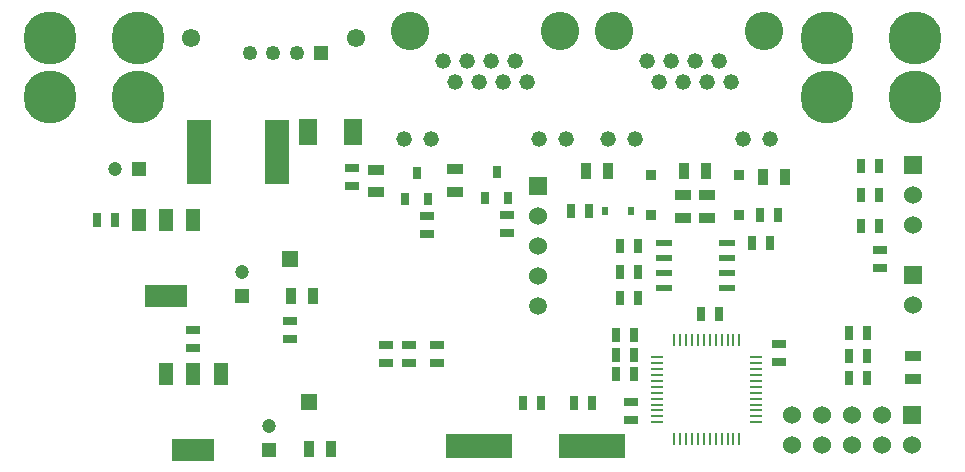
<source format=gts>
%FSLAX34Y34*%
G04 Gerber Fmt 3.4, Leading zero omitted, Abs format*
G04 (created by PCBNEW (2014-03-19 BZR 4756)-product) date Ter 03 Jun 2014 12:28:43 BRT*
%MOIN*%
G01*
G70*
G90*
G04 APERTURE LIST*
%ADD10C,0.005906*%
%ADD11R,0.031500X0.039400*%
%ADD12R,0.141732X0.074803*%
%ADD13R,0.047244X0.074803*%
%ADD14R,0.055100X0.023600*%
%ADD15R,0.078740X0.212598*%
%ADD16R,0.055000X0.035000*%
%ADD17R,0.035000X0.055000*%
%ADD18R,0.045000X0.025000*%
%ADD19R,0.025000X0.045000*%
%ADD20R,0.055000X0.055000*%
%ADD21C,0.052000*%
%ADD22C,0.128000*%
%ADD23R,0.060000X0.060000*%
%ADD24C,0.060000*%
%ADD25C,0.059055*%
%ADD26R,0.039400X0.010600*%
%ADD27R,0.010600X0.039400*%
%ADD28R,0.220000X0.083000*%
%ADD29R,0.063000X0.086600*%
%ADD30C,0.177165*%
%ADD31C,0.047244*%
%ADD32R,0.047244X0.047244*%
%ADD33R,0.049213X0.049213*%
%ADD34C,0.049213*%
%ADD35C,0.061024*%
%ADD36R,0.033500X0.033500*%
%ADD37R,0.024000X0.027000*%
G04 APERTURE END LIST*
G54D10*
G54D11*
X15905Y-5472D03*
X16280Y-6338D03*
X15530Y-6338D03*
X13242Y-5485D03*
X13617Y-6351D03*
X12867Y-6351D03*
G54D12*
X4893Y-9586D03*
G54D13*
X4893Y-7067D03*
X3988Y-7067D03*
X5799Y-7067D03*
G54D12*
X5800Y-14709D03*
G54D13*
X5800Y-12190D03*
X4894Y-12190D03*
X6705Y-12190D03*
G54D14*
X23569Y-7832D03*
X21469Y-7832D03*
X23569Y-8332D03*
X23569Y-8832D03*
X23569Y-9332D03*
X21469Y-8332D03*
X21469Y-8832D03*
X21469Y-9332D03*
G54D15*
X8582Y-4803D03*
X5984Y-4803D03*
G54D16*
X29773Y-11602D03*
X29773Y-12352D03*
G54D17*
X9046Y-9586D03*
X9796Y-9586D03*
X22894Y-5433D03*
X22144Y-5433D03*
X9651Y-14685D03*
X10401Y-14685D03*
G54D16*
X11900Y-6125D03*
X11900Y-5375D03*
X14527Y-6123D03*
X14527Y-5373D03*
G54D17*
X18876Y-5433D03*
X19626Y-5433D03*
X24782Y-5629D03*
X25532Y-5629D03*
G54D16*
X22913Y-6239D03*
X22913Y-6989D03*
X22125Y-6239D03*
X22125Y-6989D03*
G54D18*
X9027Y-10428D03*
X9027Y-11028D03*
G54D19*
X19896Y-12204D03*
X20496Y-12204D03*
X3185Y-7067D03*
X2585Y-7067D03*
X20014Y-9645D03*
X20614Y-9645D03*
X27662Y-12331D03*
X28262Y-12331D03*
X27662Y-11583D03*
X28262Y-11583D03*
G54D18*
X13927Y-11814D03*
X13927Y-11214D03*
X12982Y-11814D03*
X12982Y-11214D03*
X12214Y-11814D03*
X12214Y-11214D03*
G54D19*
X28262Y-10835D03*
X27662Y-10835D03*
X28656Y-7252D03*
X28056Y-7252D03*
X28656Y-5245D03*
X28056Y-5245D03*
X28656Y-6229D03*
X28056Y-6229D03*
G54D18*
X25324Y-11804D03*
X25324Y-11204D03*
X13596Y-7518D03*
X13596Y-6918D03*
G54D19*
X22731Y-10196D03*
X23331Y-10196D03*
G54D18*
X20393Y-13125D03*
X20393Y-13725D03*
G54D19*
X16786Y-13149D03*
X17386Y-13149D03*
X18479Y-13149D03*
X19079Y-13149D03*
X19896Y-11555D03*
X20496Y-11555D03*
X20496Y-10905D03*
X19896Y-10905D03*
G54D18*
X11100Y-5310D03*
X11100Y-5910D03*
G54D19*
X20014Y-8779D03*
X20614Y-8779D03*
G54D18*
X16259Y-7504D03*
X16259Y-6904D03*
X5800Y-11310D03*
X5800Y-10710D03*
G54D19*
X19000Y-6771D03*
X18400Y-6771D03*
X20014Y-7913D03*
X20614Y-7913D03*
X24424Y-7834D03*
X25024Y-7834D03*
X25300Y-6889D03*
X24700Y-6889D03*
G54D20*
X9027Y-8366D03*
X9650Y-13120D03*
G54D21*
X12811Y-4371D03*
X13711Y-4371D03*
X17311Y-4371D03*
X18211Y-4371D03*
X16911Y-2471D03*
X16111Y-2471D03*
X15311Y-2471D03*
X14511Y-2471D03*
X15711Y-1771D03*
X14911Y-1771D03*
X16511Y-1771D03*
X14111Y-1771D03*
G54D22*
X13011Y-771D03*
X18011Y-771D03*
G54D21*
X19622Y-4371D03*
X20522Y-4371D03*
X24122Y-4371D03*
X25022Y-4371D03*
X23722Y-2471D03*
X22922Y-2471D03*
X22122Y-2471D03*
X21322Y-2471D03*
X22522Y-1771D03*
X21722Y-1771D03*
X23322Y-1771D03*
X20922Y-1771D03*
G54D22*
X19822Y-771D03*
X24822Y-771D03*
G54D23*
X29765Y-13564D03*
G54D24*
X29765Y-14564D03*
X28765Y-13564D03*
X28765Y-14564D03*
X27765Y-13564D03*
X27765Y-14564D03*
X26765Y-13564D03*
X26765Y-14564D03*
X25765Y-13564D03*
X25765Y-14564D03*
G54D23*
X17283Y-5913D03*
G54D24*
X17283Y-6913D03*
X17283Y-7913D03*
X17283Y-8913D03*
G54D25*
X17283Y-9913D03*
G54D23*
X29773Y-5229D03*
G54D24*
X29773Y-6229D03*
X29773Y-7229D03*
G54D23*
X29773Y-8878D03*
G54D24*
X29773Y-9878D03*
G54D26*
X24567Y-13799D03*
X21259Y-11633D03*
X21259Y-11830D03*
X21259Y-12027D03*
X21259Y-12224D03*
X21259Y-12421D03*
X21259Y-12618D03*
X21259Y-12814D03*
X21259Y-13011D03*
X21259Y-13208D03*
X21259Y-13405D03*
X21259Y-13602D03*
X21259Y-13799D03*
G54D27*
X21830Y-14370D03*
X22027Y-14370D03*
X22224Y-14370D03*
X22416Y-14370D03*
X22618Y-14370D03*
X22815Y-14370D03*
X23011Y-14370D03*
X23208Y-14370D03*
X23405Y-14370D03*
X23602Y-14370D03*
X23799Y-14370D03*
X23996Y-14370D03*
G54D26*
X24567Y-13602D03*
X24567Y-13405D03*
X24567Y-13208D03*
X24567Y-13011D03*
X24567Y-12814D03*
X24567Y-12618D03*
X24567Y-12421D03*
X24567Y-12224D03*
X24567Y-12027D03*
X24567Y-11830D03*
X24567Y-11633D03*
G54D27*
X23996Y-11062D03*
X23799Y-11062D03*
X23602Y-11062D03*
X23405Y-11062D03*
X23208Y-11062D03*
X23011Y-11062D03*
X22815Y-11062D03*
X22618Y-11062D03*
X22421Y-11062D03*
X22224Y-11062D03*
X22027Y-11062D03*
X21830Y-11062D03*
G54D28*
X19074Y-14606D03*
X15334Y-14606D03*
G54D29*
X11102Y-4133D03*
X9606Y-4133D03*
G54D30*
X29862Y-2952D03*
X26909Y-2952D03*
X29862Y-984D03*
X26909Y-984D03*
X3956Y-2952D03*
X1003Y-2952D03*
X3956Y-984D03*
X1003Y-984D03*
G54D31*
X3188Y-5354D03*
G54D32*
X3976Y-5354D03*
G54D31*
X8307Y-13937D03*
G54D32*
X8307Y-14724D03*
G54D31*
X7413Y-8799D03*
G54D32*
X7413Y-9586D03*
G54D33*
X10039Y-1476D03*
G54D34*
X8464Y-1476D03*
X7677Y-1476D03*
G54D35*
X11220Y-984D03*
X5708Y-984D03*
G54D34*
X9251Y-1476D03*
G54D36*
X23976Y-6879D03*
X23976Y-5561D03*
X21062Y-6879D03*
X21062Y-5561D03*
G54D37*
X20400Y-6771D03*
X19520Y-6771D03*
G54D18*
X28671Y-8055D03*
X28671Y-8655D03*
M02*

</source>
